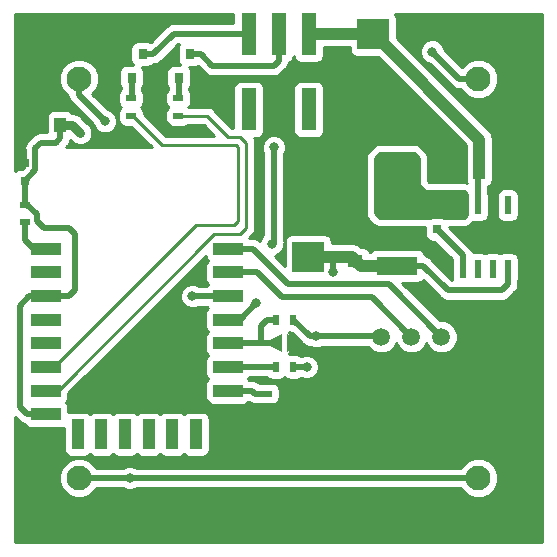
<source format=gbr>
G04 #@! TF.GenerationSoftware,KiCad,Pcbnew,(6.0.0-rc1-dev-557-ge985f797c)*
G04 #@! TF.CreationDate,2018-10-28T11:13:31+01:00*
G04 #@! TF.ProjectId,GIRA ESP8266 Jalousiesteuerung,474952412045535038323636204A616C,1.0*
G04 #@! TF.SameCoordinates,Original*
G04 #@! TF.FileFunction,Copper,L1,Top,Signal*
G04 #@! TF.FilePolarity,Positive*
%FSLAX46Y46*%
G04 Gerber Fmt 4.6, Leading zero omitted, Abs format (unit mm)*
G04 Created by KiCad (PCBNEW (6.0.0-rc1-dev-557-ge985f797c)) date 10/28/18 11:13:31*
%MOMM*%
%LPD*%
G01*
G04 APERTURE LIST*
G04 #@! TA.AperFunction,BGAPad,CuDef*
%ADD10C,1.500000*%
G04 #@! TD*
G04 #@! TA.AperFunction,ComponentPad*
%ADD11C,2.100000*%
G04 #@! TD*
G04 #@! TA.AperFunction,SMDPad,CuDef*
%ADD12R,1.000000X1.250000*%
G04 #@! TD*
G04 #@! TA.AperFunction,SMDPad,CuDef*
%ADD13R,1.250000X1.000000*%
G04 #@! TD*
G04 #@! TA.AperFunction,SMDPad,CuDef*
%ADD14R,1.100000X2.500000*%
G04 #@! TD*
G04 #@! TA.AperFunction,SMDPad,CuDef*
%ADD15R,2.500000X1.100000*%
G04 #@! TD*
G04 #@! TA.AperFunction,SMDPad,CuDef*
%ADD16R,2.700000X2.550000*%
G04 #@! TD*
G04 #@! TA.AperFunction,SMDPad,CuDef*
%ADD17R,0.750000X0.800000*%
G04 #@! TD*
G04 #@! TA.AperFunction,SMDPad,CuDef*
%ADD18R,2.500000X1.800000*%
G04 #@! TD*
G04 #@! TA.AperFunction,SMDPad,CuDef*
%ADD19R,3.500000X1.600000*%
G04 #@! TD*
G04 #@! TA.AperFunction,SMDPad,CuDef*
%ADD20R,1.270000X3.600000*%
G04 #@! TD*
G04 #@! TA.AperFunction,SMDPad,CuDef*
%ADD21R,0.800000X0.900000*%
G04 #@! TD*
G04 #@! TA.AperFunction,SMDPad,CuDef*
%ADD22R,0.900000X0.500000*%
G04 #@! TD*
G04 #@! TA.AperFunction,SMDPad,CuDef*
%ADD23R,0.500000X0.900000*%
G04 #@! TD*
G04 #@! TA.AperFunction,SMDPad,CuDef*
%ADD24R,0.600000X1.550000*%
G04 #@! TD*
G04 #@! TA.AperFunction,SMDPad,CuDef*
%ADD25C,0.894426*%
G04 #@! TD*
G04 #@! TA.AperFunction,Conductor*
%ADD26C,0.100000*%
G04 #@! TD*
G04 #@! TA.AperFunction,ViaPad*
%ADD27C,0.800000*%
G04 #@! TD*
G04 #@! TA.AperFunction,Conductor*
%ADD28C,0.500000*%
G04 #@! TD*
G04 #@! TA.AperFunction,Conductor*
%ADD29C,1.000000*%
G04 #@! TD*
G04 #@! TA.AperFunction,Conductor*
%ADD30C,0.750000*%
G04 #@! TD*
G04 #@! TA.AperFunction,Conductor*
%ADD31C,0.250000*%
G04 #@! TD*
G04 #@! TA.AperFunction,Conductor*
%ADD32C,0.254000*%
G04 #@! TD*
G04 APERTURE END LIST*
D10*
G04 #@! TO.P,TP4,1*
G04 #@! TO.N,+3V3*
X81700000Y-77950000D03*
G04 #@! TD*
D11*
G04 #@! TO.P,S1,1*
G04 #@! TO.N,Net-(S1-Pad1)*
X56100000Y-56100000D03*
G04 #@! TD*
G04 #@! TO.P,S2,1*
G04 #@! TO.N,Net-(S1-Pad1)*
X89900000Y-56100000D03*
G04 #@! TD*
G04 #@! TO.P,S3,1*
G04 #@! TO.N,Net-(S3-Pad1)*
X56100000Y-89900000D03*
G04 #@! TD*
G04 #@! TO.P,S4,1*
G04 #@! TO.N,Net-(S3-Pad1)*
X89900000Y-89900000D03*
G04 #@! TD*
D12*
G04 #@! TO.P,C7,1*
G04 #@! TO.N,GND*
X92000000Y-64000000D03*
G04 #@! TO.P,C7,2*
G04 #@! TO.N,+15V*
X90000000Y-64000000D03*
G04 #@! TD*
D13*
G04 #@! TO.P,C6,1*
G04 #@! TO.N,GND*
X79500000Y-69500000D03*
G04 #@! TO.P,C6,2*
G04 #@! TO.N,+3V3*
X79500000Y-71500000D03*
G04 #@! TD*
D14*
G04 #@! TO.P,U1,14*
G04 #@! TO.N,Net-(U1-Pad14)*
X65990000Y-86200000D03*
G04 #@! TO.P,U1,13*
G04 #@! TO.N,Net-(U1-Pad13)*
X63990000Y-86200000D03*
G04 #@! TO.P,U1,12*
G04 #@! TO.N,Net-(U1-Pad12)*
X61990000Y-86200000D03*
G04 #@! TO.P,U1,11*
G04 #@! TO.N,Net-(U1-Pad11)*
X59990000Y-86200000D03*
G04 #@! TO.P,U1,10*
G04 #@! TO.N,Net-(U1-Pad10)*
X57990000Y-86200000D03*
G04 #@! TO.P,U1,9*
G04 #@! TO.N,Net-(U1-Pad9)*
X55990000Y-86200000D03*
D15*
G04 #@! TO.P,U1,22*
G04 #@! TO.N,Net-(TP2-Pad1)*
X68700000Y-70500000D03*
G04 #@! TO.P,U1,21*
G04 #@! TO.N,Net-(TP3-Pad1)*
X68700000Y-72500000D03*
G04 #@! TO.P,U1,20*
G04 #@! TO.N,Net-(S3-Pad1)*
X68700000Y-74500000D03*
G04 #@! TO.P,U1,19*
G04 #@! TO.N,Net-(S1-Pad1)*
X68700000Y-76500000D03*
G04 #@! TO.P,U1,18*
G04 #@! TO.N,Net-(JP1-Pad1)*
X68700000Y-78500000D03*
G04 #@! TO.P,U1,17*
G04 #@! TO.N,Net-(R6-Pad1)*
X68700000Y-80500000D03*
G04 #@! TO.P,U1,16*
G04 #@! TO.N,Net-(R2-Pad2)*
X68700000Y-82500000D03*
G04 #@! TO.P,U1,15*
G04 #@! TO.N,GND*
X68700000Y-84500000D03*
G04 #@! TO.P,U1,8*
G04 #@! TO.N,+3V3*
X53300000Y-84500000D03*
G04 #@! TO.P,U1,7*
G04 #@! TO.N,Net-(R4-Pad2)*
X53300000Y-82500000D03*
G04 #@! TO.P,U1,6*
G04 #@! TO.N,Net-(R3-Pad2)*
X53300000Y-80500000D03*
G04 #@! TO.P,U1,5*
G04 #@! TO.N,Net-(U1-Pad5)*
X53300000Y-78500000D03*
G04 #@! TO.P,U1,4*
G04 #@! TO.N,Net-(U1-Pad4)*
X53300000Y-76500000D03*
G04 #@! TO.P,U1,3*
G04 #@! TO.N,+3V3*
X53300000Y-74500000D03*
G04 #@! TO.P,U1,2*
G04 #@! TO.N,Net-(U1-Pad2)*
X53300000Y-72500000D03*
G04 #@! TO.P,U1,1*
G04 #@! TO.N,Net-(R1-Pad1)*
X53300000Y-70500000D03*
G04 #@! TD*
D16*
G04 #@! TO.P,C1,1*
G04 #@! TO.N,+15V*
X81000000Y-52325000D03*
G04 #@! TO.P,C1,2*
G04 #@! TO.N,GND*
X81000000Y-58675000D03*
G04 #@! TD*
D17*
G04 #@! TO.P,C2,2*
G04 #@! TO.N,Net-(C2-Pad2)*
X86400000Y-67350000D03*
G04 #@! TO.P,C2,1*
G04 #@! TO.N,Net-(C2-Pad1)*
X86400000Y-68850000D03*
G04 #@! TD*
D12*
G04 #@! TO.P,C3,2*
G04 #@! TO.N,+3V3*
X54500000Y-60000000D03*
G04 #@! TO.P,C3,1*
G04 #@! TO.N,GND*
X52500000Y-60000000D03*
G04 #@! TD*
D16*
G04 #@! TO.P,C4,2*
G04 #@! TO.N,GND*
X75500000Y-64825000D03*
G04 #@! TO.P,C4,1*
G04 #@! TO.N,+3V3*
X75500000Y-71175000D03*
G04 #@! TD*
D17*
G04 #@! TO.P,C5,1*
G04 #@! TO.N,GND*
X51500000Y-63250000D03*
G04 #@! TO.P,C5,2*
G04 #@! TO.N,+3V3*
X51500000Y-64750000D03*
G04 #@! TD*
D18*
G04 #@! TO.P,D1,2*
G04 #@! TO.N,GND*
X87000000Y-63500000D03*
G04 #@! TO.P,D1,1*
G04 #@! TO.N,Net-(C2-Pad2)*
X83000000Y-63500000D03*
G04 #@! TD*
D19*
G04 #@! TO.P,L1,2*
G04 #@! TO.N,+3V3*
X83000000Y-71940000D03*
G04 #@! TO.P,L1,1*
G04 #@! TO.N,Net-(C2-Pad2)*
X83000000Y-67060000D03*
G04 #@! TD*
D20*
G04 #@! TO.P,P1,2*
G04 #@! TO.N,/DOWN*
X70460000Y-52300000D03*
G04 #@! TO.P,P1,4*
G04 #@! TO.N,/UP*
X73000000Y-52300000D03*
G04 #@! TO.P,P1,6*
G04 #@! TO.N,+15V*
X75540000Y-52300000D03*
G04 #@! TO.P,P1,5*
G04 #@! TO.N,Net-(P1-Pad5)*
X75540000Y-58700000D03*
G04 #@! TO.P,P1,3*
G04 #@! TO.N,GND*
X73000000Y-58700000D03*
G04 #@! TO.P,P1,1*
G04 #@! TO.N,Net-(P1-Pad1)*
X70460000Y-58700000D03*
G04 #@! TD*
D21*
G04 #@! TO.P,Q1,1*
G04 #@! TO.N,Net-(Q1-Pad1)*
X60550000Y-56000000D03*
G04 #@! TO.P,Q1,2*
G04 #@! TO.N,GND*
X62450000Y-56000000D03*
G04 #@! TO.P,Q1,3*
G04 #@! TO.N,/DOWN*
X61500000Y-54000000D03*
G04 #@! TD*
G04 #@! TO.P,Q2,3*
G04 #@! TO.N,/UP*
X65500000Y-54000000D03*
G04 #@! TO.P,Q2,2*
G04 #@! TO.N,GND*
X66450000Y-56000000D03*
G04 #@! TO.P,Q2,1*
G04 #@! TO.N,Net-(Q2-Pad1)*
X64550000Y-56000000D03*
G04 #@! TD*
D22*
G04 #@! TO.P,R1,2*
G04 #@! TO.N,+3V3*
X51500000Y-66750000D03*
G04 #@! TO.P,R1,1*
G04 #@! TO.N,Net-(R1-Pad1)*
X51500000Y-68250000D03*
G04 #@! TD*
G04 #@! TO.P,R2,1*
G04 #@! TO.N,GND*
X72000000Y-84250000D03*
G04 #@! TO.P,R2,2*
G04 #@! TO.N,Net-(R2-Pad2)*
X72000000Y-82750000D03*
G04 #@! TD*
G04 #@! TO.P,R3,2*
G04 #@! TO.N,Net-(R3-Pad2)*
X60500000Y-59250000D03*
G04 #@! TO.P,R3,1*
G04 #@! TO.N,Net-(Q1-Pad1)*
X60500000Y-57750000D03*
G04 #@! TD*
G04 #@! TO.P,R4,1*
G04 #@! TO.N,Net-(Q2-Pad1)*
X64500000Y-57750000D03*
G04 #@! TO.P,R4,2*
G04 #@! TO.N,Net-(R4-Pad2)*
X64500000Y-59250000D03*
G04 #@! TD*
D23*
G04 #@! TO.P,R5,1*
G04 #@! TO.N,Net-(JP1-Pad1)*
X72750000Y-76500000D03*
G04 #@! TO.P,R5,2*
G04 #@! TO.N,+3V3*
X74250000Y-76500000D03*
G04 #@! TD*
G04 #@! TO.P,R6,2*
G04 #@! TO.N,+3V3*
X74250000Y-80500000D03*
G04 #@! TO.P,R6,1*
G04 #@! TO.N,Net-(R6-Pad1)*
X72750000Y-80500000D03*
G04 #@! TD*
D10*
G04 #@! TO.P,TP1,1*
G04 #@! TO.N,GND*
X89320000Y-77950000D03*
G04 #@! TD*
G04 #@! TO.P,TP2,1*
G04 #@! TO.N,Net-(TP2-Pad1)*
X86780000Y-77950000D03*
G04 #@! TD*
G04 #@! TO.P,TP3,1*
G04 #@! TO.N,Net-(TP3-Pad1)*
X84240000Y-77950000D03*
G04 #@! TD*
D24*
G04 #@! TO.P,U2,8*
G04 #@! TO.N,Net-(C2-Pad2)*
X88595000Y-66800000D03*
G04 #@! TO.P,U2,7*
G04 #@! TO.N,+15V*
X89865000Y-66800000D03*
G04 #@! TO.P,U2,6*
G04 #@! TO.N,GND*
X91135000Y-66800000D03*
G04 #@! TO.P,U2,5*
G04 #@! TO.N,Net-(U2-Pad5)*
X92405000Y-66800000D03*
G04 #@! TO.P,U2,4*
G04 #@! TO.N,+3V3*
X92405000Y-72200000D03*
G04 #@! TO.P,U2,3*
G04 #@! TO.N,N/C*
X91135000Y-72200000D03*
G04 #@! TO.P,U2,2*
X89865000Y-72200000D03*
G04 #@! TO.P,U2,1*
G04 #@! TO.N,Net-(C2-Pad1)*
X88595000Y-72200000D03*
G04 #@! TD*
D25*
G04 #@! TO.P,JP1,1*
G04 #@! TO.N,Net-(JP1-Pad1)*
X72800000Y-78500000D03*
D26*
G04 #@! TD*
G04 #@! TO.N,Net-(JP1-Pad1)*
G04 #@! TO.C,JP1*
G36*
X72300000Y-78750000D02*
X72300000Y-78250000D01*
X73300000Y-77750000D01*
X73300000Y-79250000D01*
X72300000Y-78750000D01*
X72300000Y-78750000D01*
G37*
D25*
G04 #@! TO.P,JP1,2*
G04 #@! TO.N,GND*
X74200000Y-78500000D03*
D26*
G04 #@! TD*
G04 #@! TO.N,GND*
G04 #@! TO.C,JP1*
G36*
X74700000Y-78250000D02*
X74700000Y-78750000D01*
X73700000Y-79250000D01*
X73700000Y-77750000D01*
X74700000Y-78250000D01*
X74700000Y-78250000D01*
G37*
D27*
G04 #@! TO.N,GND*
X56000000Y-52000000D03*
X90000000Y-52000000D03*
X90000000Y-85600000D03*
X52500000Y-87500000D03*
X68000000Y-57000000D03*
X62500000Y-57500000D03*
G04 #@! TO.N,+3V3*
X76200000Y-77900000D03*
X77600000Y-72500000D03*
X56200000Y-60700000D03*
X75400000Y-80500000D03*
G04 #@! TO.N,Net-(S1-Pad1)*
X86000000Y-53800000D03*
X72600000Y-61900000D03*
X72400000Y-70100000D03*
X71100000Y-75100000D03*
X58300000Y-59700000D03*
G04 #@! TO.N,Net-(S3-Pad1)*
X60400000Y-89900000D03*
X65700000Y-74500000D03*
G04 #@! TD*
D28*
G04 #@! TO.N,+15V*
X89865000Y-64135000D02*
X90000000Y-64000000D01*
X89865000Y-66800000D02*
X89865000Y-64135000D01*
D29*
X80975000Y-52300000D02*
X81000000Y-52325000D01*
X75540000Y-52300000D02*
X80975000Y-52300000D01*
X90000000Y-62375000D02*
X90000000Y-64000000D01*
X90000000Y-61250000D02*
X90000000Y-62375000D01*
X81075000Y-52325000D02*
X90000000Y-61250000D01*
X81000000Y-52325000D02*
X81075000Y-52325000D01*
D28*
G04 #@! TO.N,Net-(C2-Pad1)*
X88595000Y-71045000D02*
X86400000Y-68850000D01*
X88595000Y-72200000D02*
X88595000Y-71045000D01*
D29*
G04 #@! TO.N,+3V3*
X79175000Y-71175000D02*
X79500000Y-71500000D01*
X79940000Y-71940000D02*
X79500000Y-71500000D01*
X83000000Y-71940000D02*
X79940000Y-71940000D01*
D28*
X92405000Y-73475000D02*
X91880000Y-74000000D01*
X92405000Y-72200000D02*
X92405000Y-73475000D01*
X85250000Y-71940000D02*
X83000000Y-71940000D01*
X87310000Y-74000000D02*
X85250000Y-71940000D01*
X91880000Y-74000000D02*
X87310000Y-74000000D01*
X51500000Y-64750000D02*
X51500000Y-66750000D01*
X55750000Y-74000000D02*
X55250000Y-74500000D01*
X55250000Y-74500000D02*
X54000000Y-74500000D01*
X55750000Y-69250000D02*
X55750000Y-74000000D01*
X51700000Y-66750000D02*
X52500000Y-67550000D01*
X51500000Y-66750000D02*
X51700000Y-66750000D01*
X52500000Y-67550000D02*
X52500000Y-68136412D01*
X52500000Y-68136412D02*
X53113588Y-68750000D01*
X53113588Y-68750000D02*
X55250000Y-68750000D01*
X55250000Y-68750000D02*
X55750000Y-69250000D01*
X54500000Y-61125000D02*
X54500000Y-60000000D01*
X51500000Y-64750000D02*
X51500000Y-64725000D01*
X51500000Y-64725000D02*
X52375000Y-63850000D01*
X52375000Y-63850000D02*
X52375000Y-61988588D01*
X52375000Y-61988588D02*
X52863588Y-61500000D01*
X52863588Y-61500000D02*
X54125000Y-61500000D01*
X54125000Y-61500000D02*
X54500000Y-61125000D01*
X77600000Y-72500000D02*
X77600000Y-71175000D01*
D29*
X75500000Y-71175000D02*
X77600000Y-71175000D01*
X77600000Y-71175000D02*
X79175000Y-71175000D01*
D28*
X75650000Y-77900000D02*
X74250000Y-76500000D01*
X76200000Y-77900000D02*
X75650000Y-77900000D01*
D30*
X54500000Y-60000000D02*
X55500000Y-60000000D01*
X55500000Y-60000000D02*
X56200000Y-60700000D01*
D28*
X74250000Y-80500000D02*
X75400000Y-80500000D01*
X54000000Y-74500000D02*
X51900000Y-74500000D01*
X51900000Y-74500000D02*
X51100000Y-75300000D01*
X51100000Y-75300000D02*
X51100000Y-83900000D01*
X51700000Y-84500000D02*
X54000000Y-84500000D01*
X51100000Y-83900000D02*
X51700000Y-84500000D01*
X81650000Y-77900000D02*
X81700000Y-77950000D01*
X76200000Y-77900000D02*
X81650000Y-77900000D01*
G04 #@! TO.N,Net-(JP1-Pad1)*
X71500000Y-77000000D02*
X71500000Y-78500000D01*
X72000000Y-76500000D02*
X71500000Y-77000000D01*
X72750000Y-76500000D02*
X72000000Y-76500000D01*
X68000000Y-78500000D02*
X71500000Y-78500000D01*
X71500000Y-78500000D02*
X72800000Y-78500000D01*
G04 #@! TO.N,/UP*
X73000000Y-54600000D02*
X73000000Y-52300000D01*
X72600000Y-55000000D02*
X73000000Y-54600000D01*
X67400000Y-55000000D02*
X72600000Y-55000000D01*
X66400000Y-54000000D02*
X67400000Y-55000000D01*
X65500000Y-54000000D02*
X66400000Y-54000000D01*
G04 #@! TO.N,/DOWN*
X69325000Y-52300000D02*
X70460000Y-52300000D01*
X64100000Y-52300000D02*
X69325000Y-52300000D01*
X62400000Y-54000000D02*
X64100000Y-52300000D01*
X61500000Y-54000000D02*
X62400000Y-54000000D01*
G04 #@! TO.N,Net-(Q1-Pad1)*
X60550000Y-57700000D02*
X60500000Y-57750000D01*
X60550000Y-56000000D02*
X60550000Y-57700000D01*
G04 #@! TO.N,Net-(Q2-Pad1)*
X64550000Y-57700000D02*
X64500000Y-57750000D01*
X64550000Y-56000000D02*
X64550000Y-57700000D01*
G04 #@! TO.N,Net-(R1-Pad1)*
X54000000Y-70500000D02*
X52250000Y-70500000D01*
X51500000Y-69750000D02*
X51500000Y-68250000D01*
X52250000Y-70500000D02*
X51500000Y-69750000D01*
G04 #@! TO.N,Net-(R2-Pad2)*
X72000000Y-82750000D02*
X71000000Y-82750000D01*
X70750000Y-82500000D02*
X68000000Y-82500000D01*
X71000000Y-82750000D02*
X70750000Y-82500000D01*
D31*
G04 #@! TO.N,Net-(R3-Pad2)*
X69575010Y-68134626D02*
X69209636Y-68500000D01*
X69575010Y-61865374D02*
X69575010Y-68134626D01*
X69384626Y-61674990D02*
X69575010Y-61865374D01*
X63124990Y-61674990D02*
X69384626Y-61674990D01*
X60500000Y-59250000D02*
X60700000Y-59250000D01*
X60700000Y-59250000D02*
X63124990Y-61674990D01*
X66000000Y-68500000D02*
X54000000Y-80500000D01*
X69209636Y-68500000D02*
X66000000Y-68500000D01*
G04 #@! TO.N,Net-(R4-Pad2)*
X54314998Y-82500000D02*
X54000000Y-82500000D01*
X67564998Y-69250000D02*
X54314998Y-82500000D01*
X69750000Y-69250000D02*
X67564998Y-69250000D01*
X64500000Y-59250000D02*
X66959636Y-59250000D01*
X66959636Y-59250000D02*
X68709636Y-61000000D01*
X68709636Y-61000000D02*
X69750000Y-61000000D01*
X69750000Y-61000000D02*
X70250000Y-61500000D01*
X70250000Y-61500000D02*
X70250000Y-68750000D01*
X70250000Y-68750000D02*
X69750000Y-69250000D01*
D28*
G04 #@! TO.N,Net-(R6-Pad1)*
X68000000Y-80500000D02*
X72750000Y-80500000D01*
G04 #@! TO.N,Net-(S1-Pad1)*
X89900000Y-56100000D02*
X88300000Y-56100000D01*
X88300000Y-56100000D02*
X86000000Y-53800000D01*
X72600000Y-61900000D02*
X72600000Y-69900000D01*
X72600000Y-69900000D02*
X72400000Y-70100000D01*
X69700000Y-76500000D02*
X68000000Y-76500000D01*
X71100000Y-75100000D02*
X69700000Y-76500000D01*
X56100000Y-56100000D02*
X56100000Y-57500000D01*
X56100000Y-57500000D02*
X58300000Y-59700000D01*
G04 #@! TO.N,Net-(S3-Pad1)*
X56100000Y-89900000D02*
X60400000Y-89900000D01*
X65700000Y-74500000D02*
X68000000Y-74500000D01*
X89900000Y-89900000D02*
X60400000Y-89900000D01*
G04 #@! TO.N,Net-(TP2-Pad1)*
X82330000Y-73500000D02*
X86780000Y-77950000D01*
X73800000Y-73500000D02*
X82330000Y-73500000D01*
X68000000Y-70500000D02*
X70800000Y-70500000D01*
X70800000Y-70500000D02*
X73800000Y-73500000D01*
G04 #@! TO.N,Net-(TP3-Pad1)*
X80890000Y-74600000D02*
X84240000Y-77950000D01*
X73300000Y-74600000D02*
X80890000Y-74600000D01*
X68000000Y-72500000D02*
X71200000Y-72500000D01*
X71200000Y-72500000D02*
X73300000Y-74600000D01*
G04 #@! TD*
D32*
G04 #@! TO.N,Net-(C2-Pad2)*
G36*
X84873000Y-62802606D02*
X84873000Y-65000000D01*
X84882667Y-65048601D01*
X84910197Y-65089803D01*
X85410197Y-65589803D01*
X85451399Y-65617333D01*
X85500000Y-65627000D01*
X88697394Y-65627000D01*
X88947064Y-65876670D01*
X88917560Y-66025000D01*
X88917560Y-67575000D01*
X88930473Y-67639921D01*
X88697394Y-67873000D01*
X87054428Y-67873000D01*
X87022765Y-67851843D01*
X86775000Y-67802560D01*
X86025000Y-67802560D01*
X85777235Y-67851843D01*
X85745572Y-67873000D01*
X81552606Y-67873000D01*
X81127000Y-67447394D01*
X81127000Y-62802606D01*
X81552606Y-62377000D01*
X84447394Y-62377000D01*
X84873000Y-62802606D01*
X84873000Y-62802606D01*
G37*
X84873000Y-62802606D02*
X84873000Y-65000000D01*
X84882667Y-65048601D01*
X84910197Y-65089803D01*
X85410197Y-65589803D01*
X85451399Y-65617333D01*
X85500000Y-65627000D01*
X88697394Y-65627000D01*
X88947064Y-65876670D01*
X88917560Y-66025000D01*
X88917560Y-67575000D01*
X88930473Y-67639921D01*
X88697394Y-67873000D01*
X87054428Y-67873000D01*
X87022765Y-67851843D01*
X86775000Y-67802560D01*
X86025000Y-67802560D01*
X85777235Y-67851843D01*
X85745572Y-67873000D01*
X81552606Y-67873000D01*
X81127000Y-67447394D01*
X81127000Y-62802606D01*
X81552606Y-62377000D01*
X84447394Y-62377000D01*
X84873000Y-62802606D01*
G04 #@! TO.N,GND*
G36*
X95340001Y-95340000D02*
X50660000Y-95340000D01*
X50660000Y-89564833D01*
X54415000Y-89564833D01*
X54415000Y-90235167D01*
X54671526Y-90854476D01*
X55145524Y-91328474D01*
X55764833Y-91585000D01*
X56435167Y-91585000D01*
X57054476Y-91328474D01*
X57528474Y-90854476D01*
X57557252Y-90785000D01*
X59831993Y-90785000D01*
X60194126Y-90935000D01*
X60605874Y-90935000D01*
X60968007Y-90785000D01*
X88442748Y-90785000D01*
X88471526Y-90854476D01*
X88945524Y-91328474D01*
X89564833Y-91585000D01*
X90235167Y-91585000D01*
X90854476Y-91328474D01*
X91328474Y-90854476D01*
X91585000Y-90235167D01*
X91585000Y-89564833D01*
X91328474Y-88945524D01*
X90854476Y-88471526D01*
X90235167Y-88215000D01*
X89564833Y-88215000D01*
X88945524Y-88471526D01*
X88471526Y-88945524D01*
X88442748Y-89015000D01*
X60968007Y-89015000D01*
X60605874Y-88865000D01*
X60194126Y-88865000D01*
X59831993Y-89015000D01*
X57557252Y-89015000D01*
X57528474Y-88945524D01*
X57054476Y-88471526D01*
X56435167Y-88215000D01*
X55764833Y-88215000D01*
X55145524Y-88471526D01*
X54671526Y-88945524D01*
X54415000Y-89564833D01*
X50660000Y-89564833D01*
X50660000Y-84711578D01*
X51012577Y-85064156D01*
X51061951Y-85138049D01*
X51135844Y-85187423D01*
X51135845Y-85187424D01*
X51246880Y-85261615D01*
X51354690Y-85333652D01*
X51494389Y-85361440D01*
X51592191Y-85507809D01*
X51802235Y-85648157D01*
X52050000Y-85697440D01*
X54550000Y-85697440D01*
X54792560Y-85649192D01*
X54792560Y-87450000D01*
X54841843Y-87697765D01*
X54982191Y-87907809D01*
X55192235Y-88048157D01*
X55440000Y-88097440D01*
X56540000Y-88097440D01*
X56787765Y-88048157D01*
X56990000Y-87913027D01*
X57192235Y-88048157D01*
X57440000Y-88097440D01*
X58540000Y-88097440D01*
X58787765Y-88048157D01*
X58990000Y-87913027D01*
X59192235Y-88048157D01*
X59440000Y-88097440D01*
X60540000Y-88097440D01*
X60787765Y-88048157D01*
X60990000Y-87913027D01*
X61192235Y-88048157D01*
X61440000Y-88097440D01*
X62540000Y-88097440D01*
X62787765Y-88048157D01*
X62990000Y-87913027D01*
X63192235Y-88048157D01*
X63440000Y-88097440D01*
X64540000Y-88097440D01*
X64787765Y-88048157D01*
X64990000Y-87913027D01*
X65192235Y-88048157D01*
X65440000Y-88097440D01*
X66540000Y-88097440D01*
X66787765Y-88048157D01*
X66997809Y-87907809D01*
X67138157Y-87697765D01*
X67187440Y-87450000D01*
X67187440Y-84950000D01*
X67138157Y-84702235D01*
X66997809Y-84492191D01*
X66787765Y-84351843D01*
X66540000Y-84302560D01*
X65440000Y-84302560D01*
X65192235Y-84351843D01*
X64990000Y-84486973D01*
X64787765Y-84351843D01*
X64540000Y-84302560D01*
X63440000Y-84302560D01*
X63192235Y-84351843D01*
X62990000Y-84486973D01*
X62787765Y-84351843D01*
X62540000Y-84302560D01*
X61440000Y-84302560D01*
X61192235Y-84351843D01*
X60990000Y-84486973D01*
X60787765Y-84351843D01*
X60540000Y-84302560D01*
X59440000Y-84302560D01*
X59192235Y-84351843D01*
X58990000Y-84486973D01*
X58787765Y-84351843D01*
X58540000Y-84302560D01*
X57440000Y-84302560D01*
X57192235Y-84351843D01*
X56990000Y-84486973D01*
X56787765Y-84351843D01*
X56540000Y-84302560D01*
X55440000Y-84302560D01*
X55197440Y-84350808D01*
X55197440Y-83950000D01*
X55148157Y-83702235D01*
X55013027Y-83500000D01*
X55148157Y-83297765D01*
X55197440Y-83050000D01*
X55197440Y-82692359D01*
X66808738Y-71081061D01*
X66851843Y-71297765D01*
X66986973Y-71500000D01*
X66851843Y-71702235D01*
X66802560Y-71950000D01*
X66802560Y-73050000D01*
X66851843Y-73297765D01*
X66986973Y-73500000D01*
X66910132Y-73615000D01*
X66268007Y-73615000D01*
X65905874Y-73465000D01*
X65494126Y-73465000D01*
X65113720Y-73622569D01*
X64822569Y-73913720D01*
X64665000Y-74294126D01*
X64665000Y-74705874D01*
X64822569Y-75086280D01*
X65113720Y-75377431D01*
X65494126Y-75535000D01*
X65905874Y-75535000D01*
X66268007Y-75385000D01*
X66910132Y-75385000D01*
X66986973Y-75500000D01*
X66851843Y-75702235D01*
X66802560Y-75950000D01*
X66802560Y-77050000D01*
X66851843Y-77297765D01*
X66986973Y-77500000D01*
X66851843Y-77702235D01*
X66802560Y-77950000D01*
X66802560Y-79050000D01*
X66851843Y-79297765D01*
X66986973Y-79500000D01*
X66851843Y-79702235D01*
X66802560Y-79950000D01*
X66802560Y-81050000D01*
X66851843Y-81297765D01*
X66986973Y-81500000D01*
X66851843Y-81702235D01*
X66802560Y-81950000D01*
X66802560Y-83050000D01*
X66851843Y-83297765D01*
X66992191Y-83507809D01*
X67202235Y-83648157D01*
X67450000Y-83697440D01*
X69950000Y-83697440D01*
X70197765Y-83648157D01*
X70407809Y-83507809D01*
X70448977Y-83446198D01*
X70654690Y-83583652D01*
X70912835Y-83635000D01*
X70912840Y-83635000D01*
X70999999Y-83652337D01*
X71087159Y-83635000D01*
X71487459Y-83635000D01*
X71550000Y-83647440D01*
X72450000Y-83647440D01*
X72697765Y-83598157D01*
X72907809Y-83457809D01*
X73048157Y-83247765D01*
X73097440Y-83000000D01*
X73097440Y-82500000D01*
X73048157Y-82252235D01*
X72907809Y-82042191D01*
X72697765Y-81901843D01*
X72450000Y-81852560D01*
X71550000Y-81852560D01*
X71487459Y-81865000D01*
X71390086Y-81865000D01*
X71388049Y-81861951D01*
X71095310Y-81666348D01*
X70837165Y-81615000D01*
X70837161Y-81615000D01*
X70750000Y-81597663D01*
X70662839Y-81615000D01*
X70489868Y-81615000D01*
X70413027Y-81500000D01*
X70489868Y-81385000D01*
X72026950Y-81385000D01*
X72042191Y-81407809D01*
X72252235Y-81548157D01*
X72500000Y-81597440D01*
X73000000Y-81597440D01*
X73247765Y-81548157D01*
X73457809Y-81407809D01*
X73500000Y-81344666D01*
X73542191Y-81407809D01*
X73752235Y-81548157D01*
X74000000Y-81597440D01*
X74500000Y-81597440D01*
X74747765Y-81548157D01*
X74930734Y-81425900D01*
X75194126Y-81535000D01*
X75605874Y-81535000D01*
X75986280Y-81377431D01*
X76277431Y-81086280D01*
X76435000Y-80705874D01*
X76435000Y-80294126D01*
X76277431Y-79913720D01*
X75986280Y-79622569D01*
X75605874Y-79465000D01*
X75194126Y-79465000D01*
X74930734Y-79574100D01*
X74747765Y-79451843D01*
X74500000Y-79402560D01*
X74000000Y-79402560D01*
X73913679Y-79419730D01*
X73947440Y-79250000D01*
X73947440Y-77750000D01*
X73907061Y-77578954D01*
X74000000Y-77597440D01*
X74095862Y-77597440D01*
X74962577Y-78464156D01*
X75011951Y-78538049D01*
X75085844Y-78587423D01*
X75085845Y-78587424D01*
X75160675Y-78637424D01*
X75304690Y-78733652D01*
X75562835Y-78785000D01*
X75562839Y-78785000D01*
X75650000Y-78802337D01*
X75666112Y-78799132D01*
X75994126Y-78935000D01*
X76405874Y-78935000D01*
X76768007Y-78785000D01*
X80576313Y-78785000D01*
X80915460Y-79124147D01*
X81424506Y-79335000D01*
X81975494Y-79335000D01*
X82484540Y-79124147D01*
X82874147Y-78734540D01*
X82970000Y-78503130D01*
X83065853Y-78734540D01*
X83455460Y-79124147D01*
X83964506Y-79335000D01*
X84515494Y-79335000D01*
X85024540Y-79124147D01*
X85414147Y-78734540D01*
X85510000Y-78503130D01*
X85605853Y-78734540D01*
X85995460Y-79124147D01*
X86504506Y-79335000D01*
X87055494Y-79335000D01*
X87564540Y-79124147D01*
X87954147Y-78734540D01*
X88165000Y-78225494D01*
X88165000Y-77674506D01*
X87954147Y-77165460D01*
X87564540Y-76775853D01*
X87055494Y-76565000D01*
X86646579Y-76565000D01*
X83469018Y-73387440D01*
X84750000Y-73387440D01*
X84997765Y-73338157D01*
X85207809Y-73197809D01*
X85227204Y-73168782D01*
X86622577Y-74564156D01*
X86671951Y-74638049D01*
X86745844Y-74687423D01*
X86745845Y-74687424D01*
X86846517Y-74754691D01*
X86964690Y-74833652D01*
X87222835Y-74885000D01*
X87222839Y-74885000D01*
X87310000Y-74902337D01*
X87397161Y-74885000D01*
X91792839Y-74885000D01*
X91880000Y-74902337D01*
X91967161Y-74885000D01*
X91967165Y-74885000D01*
X92225310Y-74833652D01*
X92518049Y-74638049D01*
X92567425Y-74564153D01*
X92969153Y-74162425D01*
X93043049Y-74113049D01*
X93238652Y-73820310D01*
X93290000Y-73562165D01*
X93290000Y-73562161D01*
X93307337Y-73475001D01*
X93290000Y-73387841D01*
X93290000Y-73242456D01*
X93303157Y-73222765D01*
X93352440Y-72975000D01*
X93352440Y-71425000D01*
X93303157Y-71177235D01*
X93162809Y-70967191D01*
X92952765Y-70826843D01*
X92705000Y-70777560D01*
X92105000Y-70777560D01*
X91857235Y-70826843D01*
X91770000Y-70885132D01*
X91682765Y-70826843D01*
X91435000Y-70777560D01*
X90835000Y-70777560D01*
X90587235Y-70826843D01*
X90500000Y-70885132D01*
X90412765Y-70826843D01*
X90165000Y-70777560D01*
X89565000Y-70777560D01*
X89448741Y-70800685D01*
X89428652Y-70699690D01*
X89419692Y-70686280D01*
X89282424Y-70480845D01*
X89282423Y-70480844D01*
X89233049Y-70406951D01*
X89159156Y-70357577D01*
X87436578Y-68635000D01*
X88750000Y-68635000D01*
X88993004Y-68586664D01*
X89199013Y-68449013D01*
X89448716Y-68199310D01*
X89565000Y-68222440D01*
X90165000Y-68222440D01*
X90412765Y-68173157D01*
X90622809Y-68032809D01*
X90763157Y-67822765D01*
X90812440Y-67575000D01*
X90812440Y-66025000D01*
X91457560Y-66025000D01*
X91457560Y-67575000D01*
X91506843Y-67822765D01*
X91647191Y-68032809D01*
X91857235Y-68173157D01*
X92105000Y-68222440D01*
X92705000Y-68222440D01*
X92952765Y-68173157D01*
X93162809Y-68032809D01*
X93303157Y-67822765D01*
X93352440Y-67575000D01*
X93352440Y-66025000D01*
X93303157Y-65777235D01*
X93162809Y-65567191D01*
X92952765Y-65426843D01*
X92705000Y-65377560D01*
X92105000Y-65377560D01*
X91857235Y-65426843D01*
X91647191Y-65567191D01*
X91506843Y-65777235D01*
X91457560Y-66025000D01*
X90812440Y-66025000D01*
X90763157Y-65777235D01*
X90750000Y-65757544D01*
X90750000Y-65221664D01*
X90957809Y-65082809D01*
X91098157Y-64872765D01*
X91147440Y-64625000D01*
X91147440Y-63375000D01*
X91135000Y-63312459D01*
X91135000Y-61361782D01*
X91157235Y-61249999D01*
X91069146Y-60807145D01*
X91050802Y-60779691D01*
X90818289Y-60431711D01*
X90723522Y-60368390D01*
X83949258Y-53594126D01*
X84965000Y-53594126D01*
X84965000Y-54005874D01*
X85122569Y-54386280D01*
X85413720Y-54677431D01*
X85775853Y-54827431D01*
X87612577Y-56664156D01*
X87661951Y-56738049D01*
X87735844Y-56787423D01*
X87735845Y-56787424D01*
X87751169Y-56797663D01*
X87954690Y-56933652D01*
X88212835Y-56985000D01*
X88212839Y-56985000D01*
X88299999Y-57002337D01*
X88387159Y-56985000D01*
X88442748Y-56985000D01*
X88471526Y-57054476D01*
X88945524Y-57528474D01*
X89564833Y-57785000D01*
X90235167Y-57785000D01*
X90854476Y-57528474D01*
X91328474Y-57054476D01*
X91585000Y-56435167D01*
X91585000Y-55764833D01*
X91328474Y-55145524D01*
X90854476Y-54671526D01*
X90235167Y-54415000D01*
X89564833Y-54415000D01*
X88945524Y-54671526D01*
X88534314Y-55082736D01*
X87027431Y-53575853D01*
X86877431Y-53213720D01*
X86586280Y-52922569D01*
X86205874Y-52765000D01*
X85794126Y-52765000D01*
X85413720Y-52922569D01*
X85122569Y-53213720D01*
X84965000Y-53594126D01*
X83949258Y-53594126D01*
X82997440Y-52642309D01*
X82997440Y-51050000D01*
X82948157Y-50802235D01*
X82853118Y-50660000D01*
X95340000Y-50660000D01*
X95340001Y-95340000D01*
X95340001Y-95340000D01*
G37*
X95340001Y-95340000D02*
X50660000Y-95340000D01*
X50660000Y-89564833D01*
X54415000Y-89564833D01*
X54415000Y-90235167D01*
X54671526Y-90854476D01*
X55145524Y-91328474D01*
X55764833Y-91585000D01*
X56435167Y-91585000D01*
X57054476Y-91328474D01*
X57528474Y-90854476D01*
X57557252Y-90785000D01*
X59831993Y-90785000D01*
X60194126Y-90935000D01*
X60605874Y-90935000D01*
X60968007Y-90785000D01*
X88442748Y-90785000D01*
X88471526Y-90854476D01*
X88945524Y-91328474D01*
X89564833Y-91585000D01*
X90235167Y-91585000D01*
X90854476Y-91328474D01*
X91328474Y-90854476D01*
X91585000Y-90235167D01*
X91585000Y-89564833D01*
X91328474Y-88945524D01*
X90854476Y-88471526D01*
X90235167Y-88215000D01*
X89564833Y-88215000D01*
X88945524Y-88471526D01*
X88471526Y-88945524D01*
X88442748Y-89015000D01*
X60968007Y-89015000D01*
X60605874Y-88865000D01*
X60194126Y-88865000D01*
X59831993Y-89015000D01*
X57557252Y-89015000D01*
X57528474Y-88945524D01*
X57054476Y-88471526D01*
X56435167Y-88215000D01*
X55764833Y-88215000D01*
X55145524Y-88471526D01*
X54671526Y-88945524D01*
X54415000Y-89564833D01*
X50660000Y-89564833D01*
X50660000Y-84711578D01*
X51012577Y-85064156D01*
X51061951Y-85138049D01*
X51135844Y-85187423D01*
X51135845Y-85187424D01*
X51246880Y-85261615D01*
X51354690Y-85333652D01*
X51494389Y-85361440D01*
X51592191Y-85507809D01*
X51802235Y-85648157D01*
X52050000Y-85697440D01*
X54550000Y-85697440D01*
X54792560Y-85649192D01*
X54792560Y-87450000D01*
X54841843Y-87697765D01*
X54982191Y-87907809D01*
X55192235Y-88048157D01*
X55440000Y-88097440D01*
X56540000Y-88097440D01*
X56787765Y-88048157D01*
X56990000Y-87913027D01*
X57192235Y-88048157D01*
X57440000Y-88097440D01*
X58540000Y-88097440D01*
X58787765Y-88048157D01*
X58990000Y-87913027D01*
X59192235Y-88048157D01*
X59440000Y-88097440D01*
X60540000Y-88097440D01*
X60787765Y-88048157D01*
X60990000Y-87913027D01*
X61192235Y-88048157D01*
X61440000Y-88097440D01*
X62540000Y-88097440D01*
X62787765Y-88048157D01*
X62990000Y-87913027D01*
X63192235Y-88048157D01*
X63440000Y-88097440D01*
X64540000Y-88097440D01*
X64787765Y-88048157D01*
X64990000Y-87913027D01*
X65192235Y-88048157D01*
X65440000Y-88097440D01*
X66540000Y-88097440D01*
X66787765Y-88048157D01*
X66997809Y-87907809D01*
X67138157Y-87697765D01*
X67187440Y-87450000D01*
X67187440Y-84950000D01*
X67138157Y-84702235D01*
X66997809Y-84492191D01*
X66787765Y-84351843D01*
X66540000Y-84302560D01*
X65440000Y-84302560D01*
X65192235Y-84351843D01*
X64990000Y-84486973D01*
X64787765Y-84351843D01*
X64540000Y-84302560D01*
X63440000Y-84302560D01*
X63192235Y-84351843D01*
X62990000Y-84486973D01*
X62787765Y-84351843D01*
X62540000Y-84302560D01*
X61440000Y-84302560D01*
X61192235Y-84351843D01*
X60990000Y-84486973D01*
X60787765Y-84351843D01*
X60540000Y-84302560D01*
X59440000Y-84302560D01*
X59192235Y-84351843D01*
X58990000Y-84486973D01*
X58787765Y-84351843D01*
X58540000Y-84302560D01*
X57440000Y-84302560D01*
X57192235Y-84351843D01*
X56990000Y-84486973D01*
X56787765Y-84351843D01*
X56540000Y-84302560D01*
X55440000Y-84302560D01*
X55197440Y-84350808D01*
X55197440Y-83950000D01*
X55148157Y-83702235D01*
X55013027Y-83500000D01*
X55148157Y-83297765D01*
X55197440Y-83050000D01*
X55197440Y-82692359D01*
X66808738Y-71081061D01*
X66851843Y-71297765D01*
X66986973Y-71500000D01*
X66851843Y-71702235D01*
X66802560Y-71950000D01*
X66802560Y-73050000D01*
X66851843Y-73297765D01*
X66986973Y-73500000D01*
X66910132Y-73615000D01*
X66268007Y-73615000D01*
X65905874Y-73465000D01*
X65494126Y-73465000D01*
X65113720Y-73622569D01*
X64822569Y-73913720D01*
X64665000Y-74294126D01*
X64665000Y-74705874D01*
X64822569Y-75086280D01*
X65113720Y-75377431D01*
X65494126Y-75535000D01*
X65905874Y-75535000D01*
X66268007Y-75385000D01*
X66910132Y-75385000D01*
X66986973Y-75500000D01*
X66851843Y-75702235D01*
X66802560Y-75950000D01*
X66802560Y-77050000D01*
X66851843Y-77297765D01*
X66986973Y-77500000D01*
X66851843Y-77702235D01*
X66802560Y-77950000D01*
X66802560Y-79050000D01*
X66851843Y-79297765D01*
X66986973Y-79500000D01*
X66851843Y-79702235D01*
X66802560Y-79950000D01*
X66802560Y-81050000D01*
X66851843Y-81297765D01*
X66986973Y-81500000D01*
X66851843Y-81702235D01*
X66802560Y-81950000D01*
X66802560Y-83050000D01*
X66851843Y-83297765D01*
X66992191Y-83507809D01*
X67202235Y-83648157D01*
X67450000Y-83697440D01*
X69950000Y-83697440D01*
X70197765Y-83648157D01*
X70407809Y-83507809D01*
X70448977Y-83446198D01*
X70654690Y-83583652D01*
X70912835Y-83635000D01*
X70912840Y-83635000D01*
X70999999Y-83652337D01*
X71087159Y-83635000D01*
X71487459Y-83635000D01*
X71550000Y-83647440D01*
X72450000Y-83647440D01*
X72697765Y-83598157D01*
X72907809Y-83457809D01*
X73048157Y-83247765D01*
X73097440Y-83000000D01*
X73097440Y-82500000D01*
X73048157Y-82252235D01*
X72907809Y-82042191D01*
X72697765Y-81901843D01*
X72450000Y-81852560D01*
X71550000Y-81852560D01*
X71487459Y-81865000D01*
X71390086Y-81865000D01*
X71388049Y-81861951D01*
X71095310Y-81666348D01*
X70837165Y-81615000D01*
X70837161Y-81615000D01*
X70750000Y-81597663D01*
X70662839Y-81615000D01*
X70489868Y-81615000D01*
X70413027Y-81500000D01*
X70489868Y-81385000D01*
X72026950Y-81385000D01*
X72042191Y-81407809D01*
X72252235Y-81548157D01*
X72500000Y-81597440D01*
X73000000Y-81597440D01*
X73247765Y-81548157D01*
X73457809Y-81407809D01*
X73500000Y-81344666D01*
X73542191Y-81407809D01*
X73752235Y-81548157D01*
X74000000Y-81597440D01*
X74500000Y-81597440D01*
X74747765Y-81548157D01*
X74930734Y-81425900D01*
X75194126Y-81535000D01*
X75605874Y-81535000D01*
X75986280Y-81377431D01*
X76277431Y-81086280D01*
X76435000Y-80705874D01*
X76435000Y-80294126D01*
X76277431Y-79913720D01*
X75986280Y-79622569D01*
X75605874Y-79465000D01*
X75194126Y-79465000D01*
X74930734Y-79574100D01*
X74747765Y-79451843D01*
X74500000Y-79402560D01*
X74000000Y-79402560D01*
X73913679Y-79419730D01*
X73947440Y-79250000D01*
X73947440Y-77750000D01*
X73907061Y-77578954D01*
X74000000Y-77597440D01*
X74095862Y-77597440D01*
X74962577Y-78464156D01*
X75011951Y-78538049D01*
X75085844Y-78587423D01*
X75085845Y-78587424D01*
X75160675Y-78637424D01*
X75304690Y-78733652D01*
X75562835Y-78785000D01*
X75562839Y-78785000D01*
X75650000Y-78802337D01*
X75666112Y-78799132D01*
X75994126Y-78935000D01*
X76405874Y-78935000D01*
X76768007Y-78785000D01*
X80576313Y-78785000D01*
X80915460Y-79124147D01*
X81424506Y-79335000D01*
X81975494Y-79335000D01*
X82484540Y-79124147D01*
X82874147Y-78734540D01*
X82970000Y-78503130D01*
X83065853Y-78734540D01*
X83455460Y-79124147D01*
X83964506Y-79335000D01*
X84515494Y-79335000D01*
X85024540Y-79124147D01*
X85414147Y-78734540D01*
X85510000Y-78503130D01*
X85605853Y-78734540D01*
X85995460Y-79124147D01*
X86504506Y-79335000D01*
X87055494Y-79335000D01*
X87564540Y-79124147D01*
X87954147Y-78734540D01*
X88165000Y-78225494D01*
X88165000Y-77674506D01*
X87954147Y-77165460D01*
X87564540Y-76775853D01*
X87055494Y-76565000D01*
X86646579Y-76565000D01*
X83469018Y-73387440D01*
X84750000Y-73387440D01*
X84997765Y-73338157D01*
X85207809Y-73197809D01*
X85227204Y-73168782D01*
X86622577Y-74564156D01*
X86671951Y-74638049D01*
X86745844Y-74687423D01*
X86745845Y-74687424D01*
X86846517Y-74754691D01*
X86964690Y-74833652D01*
X87222835Y-74885000D01*
X87222839Y-74885000D01*
X87310000Y-74902337D01*
X87397161Y-74885000D01*
X91792839Y-74885000D01*
X91880000Y-74902337D01*
X91967161Y-74885000D01*
X91967165Y-74885000D01*
X92225310Y-74833652D01*
X92518049Y-74638049D01*
X92567425Y-74564153D01*
X92969153Y-74162425D01*
X93043049Y-74113049D01*
X93238652Y-73820310D01*
X93290000Y-73562165D01*
X93290000Y-73562161D01*
X93307337Y-73475001D01*
X93290000Y-73387841D01*
X93290000Y-73242456D01*
X93303157Y-73222765D01*
X93352440Y-72975000D01*
X93352440Y-71425000D01*
X93303157Y-71177235D01*
X93162809Y-70967191D01*
X92952765Y-70826843D01*
X92705000Y-70777560D01*
X92105000Y-70777560D01*
X91857235Y-70826843D01*
X91770000Y-70885132D01*
X91682765Y-70826843D01*
X91435000Y-70777560D01*
X90835000Y-70777560D01*
X90587235Y-70826843D01*
X90500000Y-70885132D01*
X90412765Y-70826843D01*
X90165000Y-70777560D01*
X89565000Y-70777560D01*
X89448741Y-70800685D01*
X89428652Y-70699690D01*
X89419692Y-70686280D01*
X89282424Y-70480845D01*
X89282423Y-70480844D01*
X89233049Y-70406951D01*
X89159156Y-70357577D01*
X87436578Y-68635000D01*
X88750000Y-68635000D01*
X88993004Y-68586664D01*
X89199013Y-68449013D01*
X89448716Y-68199310D01*
X89565000Y-68222440D01*
X90165000Y-68222440D01*
X90412765Y-68173157D01*
X90622809Y-68032809D01*
X90763157Y-67822765D01*
X90812440Y-67575000D01*
X90812440Y-66025000D01*
X91457560Y-66025000D01*
X91457560Y-67575000D01*
X91506843Y-67822765D01*
X91647191Y-68032809D01*
X91857235Y-68173157D01*
X92105000Y-68222440D01*
X92705000Y-68222440D01*
X92952765Y-68173157D01*
X93162809Y-68032809D01*
X93303157Y-67822765D01*
X93352440Y-67575000D01*
X93352440Y-66025000D01*
X93303157Y-65777235D01*
X93162809Y-65567191D01*
X92952765Y-65426843D01*
X92705000Y-65377560D01*
X92105000Y-65377560D01*
X91857235Y-65426843D01*
X91647191Y-65567191D01*
X91506843Y-65777235D01*
X91457560Y-66025000D01*
X90812440Y-66025000D01*
X90763157Y-65777235D01*
X90750000Y-65757544D01*
X90750000Y-65221664D01*
X90957809Y-65082809D01*
X91098157Y-64872765D01*
X91147440Y-64625000D01*
X91147440Y-63375000D01*
X91135000Y-63312459D01*
X91135000Y-61361782D01*
X91157235Y-61249999D01*
X91069146Y-60807145D01*
X91050802Y-60779691D01*
X90818289Y-60431711D01*
X90723522Y-60368390D01*
X83949258Y-53594126D01*
X84965000Y-53594126D01*
X84965000Y-54005874D01*
X85122569Y-54386280D01*
X85413720Y-54677431D01*
X85775853Y-54827431D01*
X87612577Y-56664156D01*
X87661951Y-56738049D01*
X87735844Y-56787423D01*
X87735845Y-56787424D01*
X87751169Y-56797663D01*
X87954690Y-56933652D01*
X88212835Y-56985000D01*
X88212839Y-56985000D01*
X88299999Y-57002337D01*
X88387159Y-56985000D01*
X88442748Y-56985000D01*
X88471526Y-57054476D01*
X88945524Y-57528474D01*
X89564833Y-57785000D01*
X90235167Y-57785000D01*
X90854476Y-57528474D01*
X91328474Y-57054476D01*
X91585000Y-56435167D01*
X91585000Y-55764833D01*
X91328474Y-55145524D01*
X90854476Y-54671526D01*
X90235167Y-54415000D01*
X89564833Y-54415000D01*
X88945524Y-54671526D01*
X88534314Y-55082736D01*
X87027431Y-53575853D01*
X86877431Y-53213720D01*
X86586280Y-52922569D01*
X86205874Y-52765000D01*
X85794126Y-52765000D01*
X85413720Y-52922569D01*
X85122569Y-53213720D01*
X84965000Y-53594126D01*
X83949258Y-53594126D01*
X82997440Y-52642309D01*
X82997440Y-51050000D01*
X82948157Y-50802235D01*
X82853118Y-50660000D01*
X95340000Y-50660000D01*
X95340001Y-95340000D01*
G36*
X79002560Y-53600000D02*
X79051843Y-53847765D01*
X79192191Y-54057809D01*
X79402235Y-54198157D01*
X79650000Y-54247440D01*
X81392309Y-54247440D01*
X88865000Y-61720132D01*
X88865000Y-63312459D01*
X88852560Y-63375000D01*
X88852560Y-64625000D01*
X88901843Y-64872765D01*
X88919134Y-64898642D01*
X88750000Y-64865000D01*
X85763026Y-64865000D01*
X85635000Y-64736974D01*
X85635000Y-62750000D01*
X85586664Y-62506996D01*
X85449013Y-62300987D01*
X84949013Y-61800987D01*
X84743004Y-61663336D01*
X84500000Y-61615000D01*
X81500000Y-61615000D01*
X81256996Y-61663336D01*
X81050987Y-61800987D01*
X80550987Y-62300987D01*
X80413336Y-62506996D01*
X80365000Y-62750000D01*
X80365000Y-67500000D01*
X80413336Y-67743004D01*
X80550987Y-67949013D01*
X80637467Y-68035493D01*
X80651843Y-68107765D01*
X80792191Y-68317809D01*
X81002235Y-68458157D01*
X81091137Y-68475841D01*
X81256996Y-68586664D01*
X81500000Y-68635000D01*
X85377560Y-68635000D01*
X85377560Y-69250000D01*
X85426843Y-69497765D01*
X85567191Y-69707809D01*
X85777235Y-69848157D01*
X86025000Y-69897440D01*
X86195862Y-69897440D01*
X87660146Y-71361725D01*
X87647560Y-71425000D01*
X87647560Y-72975000D01*
X87675117Y-73113538D01*
X85937425Y-71375847D01*
X85888049Y-71301951D01*
X85595310Y-71106348D01*
X85382319Y-71063982D01*
X85348157Y-70892235D01*
X85207809Y-70682191D01*
X84997765Y-70541843D01*
X84750000Y-70492560D01*
X81250000Y-70492560D01*
X81002235Y-70541843D01*
X80792191Y-70682191D01*
X80728257Y-70777874D01*
X80723157Y-70752235D01*
X80582809Y-70542191D01*
X80372765Y-70401843D01*
X80125000Y-70352560D01*
X79987077Y-70352560D01*
X79617855Y-70105854D01*
X79286783Y-70040000D01*
X79175000Y-70017765D01*
X79063217Y-70040000D01*
X77497440Y-70040000D01*
X77497440Y-69900000D01*
X77448157Y-69652235D01*
X77307809Y-69442191D01*
X77097765Y-69301843D01*
X76850000Y-69252560D01*
X74150000Y-69252560D01*
X73902235Y-69301843D01*
X73692191Y-69442191D01*
X73551843Y-69652235D01*
X73502560Y-69900000D01*
X73502560Y-71950981D01*
X72662941Y-71111362D01*
X72986280Y-70977431D01*
X73277431Y-70686280D01*
X73435000Y-70305874D01*
X73435000Y-70238533D01*
X73485000Y-69987165D01*
X73485000Y-69987161D01*
X73502337Y-69900000D01*
X73485000Y-69812839D01*
X73485000Y-62468007D01*
X73635000Y-62105874D01*
X73635000Y-61694126D01*
X73477431Y-61313720D01*
X73186280Y-61022569D01*
X72805874Y-60865000D01*
X72394126Y-60865000D01*
X72013720Y-61022569D01*
X71722569Y-61313720D01*
X71565000Y-61694126D01*
X71565000Y-62105874D01*
X71715000Y-62468007D01*
X71715001Y-69321288D01*
X71522569Y-69513720D01*
X71391273Y-69830696D01*
X71145310Y-69666348D01*
X70887165Y-69615000D01*
X70887161Y-69615000D01*
X70800000Y-69597663D01*
X70712839Y-69615000D01*
X70489868Y-69615000D01*
X70477825Y-69596976D01*
X70734472Y-69340329D01*
X70797929Y-69297929D01*
X70866498Y-69195309D01*
X70965904Y-69046538D01*
X70983553Y-68957809D01*
X71010000Y-68824852D01*
X71010000Y-68824848D01*
X71024888Y-68750000D01*
X71010000Y-68675152D01*
X71010000Y-61574848D01*
X71024888Y-61500000D01*
X71010000Y-61425152D01*
X71010000Y-61425148D01*
X70975161Y-61249999D01*
X70965904Y-61203462D01*
X70928471Y-61147440D01*
X71095000Y-61147440D01*
X71342765Y-61098157D01*
X71552809Y-60957809D01*
X71693157Y-60747765D01*
X71742440Y-60500000D01*
X71742440Y-56900000D01*
X74257560Y-56900000D01*
X74257560Y-60500000D01*
X74306843Y-60747765D01*
X74447191Y-60957809D01*
X74657235Y-61098157D01*
X74905000Y-61147440D01*
X76175000Y-61147440D01*
X76422765Y-61098157D01*
X76632809Y-60957809D01*
X76773157Y-60747765D01*
X76822440Y-60500000D01*
X76822440Y-56900000D01*
X76773157Y-56652235D01*
X76632809Y-56442191D01*
X76422765Y-56301843D01*
X76175000Y-56252560D01*
X74905000Y-56252560D01*
X74657235Y-56301843D01*
X74447191Y-56442191D01*
X74306843Y-56652235D01*
X74257560Y-56900000D01*
X71742440Y-56900000D01*
X71693157Y-56652235D01*
X71552809Y-56442191D01*
X71342765Y-56301843D01*
X71095000Y-56252560D01*
X69825000Y-56252560D01*
X69577235Y-56301843D01*
X69367191Y-56442191D01*
X69226843Y-56652235D01*
X69177560Y-56900000D01*
X69177560Y-60240000D01*
X69024438Y-60240000D01*
X67549967Y-58765530D01*
X67507565Y-58702071D01*
X67256173Y-58534096D01*
X67034488Y-58490000D01*
X67034483Y-58490000D01*
X66959636Y-58475112D01*
X66884789Y-58490000D01*
X65359632Y-58490000D01*
X65407809Y-58457809D01*
X65548157Y-58247765D01*
X65597440Y-58000000D01*
X65597440Y-57500000D01*
X65548157Y-57252235D01*
X65435000Y-57082885D01*
X65435000Y-56867115D01*
X65548157Y-56697765D01*
X65597440Y-56450000D01*
X65597440Y-55550000D01*
X65548157Y-55302235D01*
X65411316Y-55097440D01*
X65900000Y-55097440D01*
X66147765Y-55048157D01*
X66177027Y-55028605D01*
X66712577Y-55564156D01*
X66761951Y-55638049D01*
X66835844Y-55687423D01*
X66835845Y-55687424D01*
X67054690Y-55833652D01*
X67312835Y-55885000D01*
X67312839Y-55885000D01*
X67400000Y-55902337D01*
X67487161Y-55885000D01*
X72512839Y-55885000D01*
X72600000Y-55902337D01*
X72687161Y-55885000D01*
X72687165Y-55885000D01*
X72945310Y-55833652D01*
X73238049Y-55638049D01*
X73287425Y-55564153D01*
X73564154Y-55287424D01*
X73638049Y-55238049D01*
X73833652Y-54945310D01*
X73882821Y-54698120D01*
X74092809Y-54557809D01*
X74233157Y-54347765D01*
X74270000Y-54162541D01*
X74306843Y-54347765D01*
X74447191Y-54557809D01*
X74657235Y-54698157D01*
X74905000Y-54747440D01*
X76175000Y-54747440D01*
X76422765Y-54698157D01*
X76632809Y-54557809D01*
X76773157Y-54347765D01*
X76822440Y-54100000D01*
X76822440Y-53435000D01*
X79002560Y-53435000D01*
X79002560Y-53600000D01*
X79002560Y-53600000D01*
G37*
X79002560Y-53600000D02*
X79051843Y-53847765D01*
X79192191Y-54057809D01*
X79402235Y-54198157D01*
X79650000Y-54247440D01*
X81392309Y-54247440D01*
X88865000Y-61720132D01*
X88865000Y-63312459D01*
X88852560Y-63375000D01*
X88852560Y-64625000D01*
X88901843Y-64872765D01*
X88919134Y-64898642D01*
X88750000Y-64865000D01*
X85763026Y-64865000D01*
X85635000Y-64736974D01*
X85635000Y-62750000D01*
X85586664Y-62506996D01*
X85449013Y-62300987D01*
X84949013Y-61800987D01*
X84743004Y-61663336D01*
X84500000Y-61615000D01*
X81500000Y-61615000D01*
X81256996Y-61663336D01*
X81050987Y-61800987D01*
X80550987Y-62300987D01*
X80413336Y-62506996D01*
X80365000Y-62750000D01*
X80365000Y-67500000D01*
X80413336Y-67743004D01*
X80550987Y-67949013D01*
X80637467Y-68035493D01*
X80651843Y-68107765D01*
X80792191Y-68317809D01*
X81002235Y-68458157D01*
X81091137Y-68475841D01*
X81256996Y-68586664D01*
X81500000Y-68635000D01*
X85377560Y-68635000D01*
X85377560Y-69250000D01*
X85426843Y-69497765D01*
X85567191Y-69707809D01*
X85777235Y-69848157D01*
X86025000Y-69897440D01*
X86195862Y-69897440D01*
X87660146Y-71361725D01*
X87647560Y-71425000D01*
X87647560Y-72975000D01*
X87675117Y-73113538D01*
X85937425Y-71375847D01*
X85888049Y-71301951D01*
X85595310Y-71106348D01*
X85382319Y-71063982D01*
X85348157Y-70892235D01*
X85207809Y-70682191D01*
X84997765Y-70541843D01*
X84750000Y-70492560D01*
X81250000Y-70492560D01*
X81002235Y-70541843D01*
X80792191Y-70682191D01*
X80728257Y-70777874D01*
X80723157Y-70752235D01*
X80582809Y-70542191D01*
X80372765Y-70401843D01*
X80125000Y-70352560D01*
X79987077Y-70352560D01*
X79617855Y-70105854D01*
X79286783Y-70040000D01*
X79175000Y-70017765D01*
X79063217Y-70040000D01*
X77497440Y-70040000D01*
X77497440Y-69900000D01*
X77448157Y-69652235D01*
X77307809Y-69442191D01*
X77097765Y-69301843D01*
X76850000Y-69252560D01*
X74150000Y-69252560D01*
X73902235Y-69301843D01*
X73692191Y-69442191D01*
X73551843Y-69652235D01*
X73502560Y-69900000D01*
X73502560Y-71950981D01*
X72662941Y-71111362D01*
X72986280Y-70977431D01*
X73277431Y-70686280D01*
X73435000Y-70305874D01*
X73435000Y-70238533D01*
X73485000Y-69987165D01*
X73485000Y-69987161D01*
X73502337Y-69900000D01*
X73485000Y-69812839D01*
X73485000Y-62468007D01*
X73635000Y-62105874D01*
X73635000Y-61694126D01*
X73477431Y-61313720D01*
X73186280Y-61022569D01*
X72805874Y-60865000D01*
X72394126Y-60865000D01*
X72013720Y-61022569D01*
X71722569Y-61313720D01*
X71565000Y-61694126D01*
X71565000Y-62105874D01*
X71715000Y-62468007D01*
X71715001Y-69321288D01*
X71522569Y-69513720D01*
X71391273Y-69830696D01*
X71145310Y-69666348D01*
X70887165Y-69615000D01*
X70887161Y-69615000D01*
X70800000Y-69597663D01*
X70712839Y-69615000D01*
X70489868Y-69615000D01*
X70477825Y-69596976D01*
X70734472Y-69340329D01*
X70797929Y-69297929D01*
X70866498Y-69195309D01*
X70965904Y-69046538D01*
X70983553Y-68957809D01*
X71010000Y-68824852D01*
X71010000Y-68824848D01*
X71024888Y-68750000D01*
X71010000Y-68675152D01*
X71010000Y-61574848D01*
X71024888Y-61500000D01*
X71010000Y-61425152D01*
X71010000Y-61425148D01*
X70975161Y-61249999D01*
X70965904Y-61203462D01*
X70928471Y-61147440D01*
X71095000Y-61147440D01*
X71342765Y-61098157D01*
X71552809Y-60957809D01*
X71693157Y-60747765D01*
X71742440Y-60500000D01*
X71742440Y-56900000D01*
X74257560Y-56900000D01*
X74257560Y-60500000D01*
X74306843Y-60747765D01*
X74447191Y-60957809D01*
X74657235Y-61098157D01*
X74905000Y-61147440D01*
X76175000Y-61147440D01*
X76422765Y-61098157D01*
X76632809Y-60957809D01*
X76773157Y-60747765D01*
X76822440Y-60500000D01*
X76822440Y-56900000D01*
X76773157Y-56652235D01*
X76632809Y-56442191D01*
X76422765Y-56301843D01*
X76175000Y-56252560D01*
X74905000Y-56252560D01*
X74657235Y-56301843D01*
X74447191Y-56442191D01*
X74306843Y-56652235D01*
X74257560Y-56900000D01*
X71742440Y-56900000D01*
X71693157Y-56652235D01*
X71552809Y-56442191D01*
X71342765Y-56301843D01*
X71095000Y-56252560D01*
X69825000Y-56252560D01*
X69577235Y-56301843D01*
X69367191Y-56442191D01*
X69226843Y-56652235D01*
X69177560Y-56900000D01*
X69177560Y-60240000D01*
X69024438Y-60240000D01*
X67549967Y-58765530D01*
X67507565Y-58702071D01*
X67256173Y-58534096D01*
X67034488Y-58490000D01*
X67034483Y-58490000D01*
X66959636Y-58475112D01*
X66884789Y-58490000D01*
X65359632Y-58490000D01*
X65407809Y-58457809D01*
X65548157Y-58247765D01*
X65597440Y-58000000D01*
X65597440Y-57500000D01*
X65548157Y-57252235D01*
X65435000Y-57082885D01*
X65435000Y-56867115D01*
X65548157Y-56697765D01*
X65597440Y-56450000D01*
X65597440Y-55550000D01*
X65548157Y-55302235D01*
X65411316Y-55097440D01*
X65900000Y-55097440D01*
X66147765Y-55048157D01*
X66177027Y-55028605D01*
X66712577Y-55564156D01*
X66761951Y-55638049D01*
X66835844Y-55687423D01*
X66835845Y-55687424D01*
X67054690Y-55833652D01*
X67312835Y-55885000D01*
X67312839Y-55885000D01*
X67400000Y-55902337D01*
X67487161Y-55885000D01*
X72512839Y-55885000D01*
X72600000Y-55902337D01*
X72687161Y-55885000D01*
X72687165Y-55885000D01*
X72945310Y-55833652D01*
X73238049Y-55638049D01*
X73287425Y-55564153D01*
X73564154Y-55287424D01*
X73638049Y-55238049D01*
X73833652Y-54945310D01*
X73882821Y-54698120D01*
X74092809Y-54557809D01*
X74233157Y-54347765D01*
X74270000Y-54162541D01*
X74306843Y-54347765D01*
X74447191Y-54557809D01*
X74657235Y-54698157D01*
X74905000Y-54747440D01*
X76175000Y-54747440D01*
X76422765Y-54698157D01*
X76632809Y-54557809D01*
X76773157Y-54347765D01*
X76822440Y-54100000D01*
X76822440Y-53435000D01*
X79002560Y-53435000D01*
X79002560Y-53600000D01*
G36*
X69177560Y-51415000D02*
X64187159Y-51415000D01*
X64099999Y-51397663D01*
X64012840Y-51415000D01*
X64012835Y-51415000D01*
X63754690Y-51466348D01*
X63591586Y-51575331D01*
X63535845Y-51612576D01*
X63535844Y-51612577D01*
X63461951Y-51661951D01*
X63412577Y-51735844D01*
X62177027Y-52971395D01*
X62147765Y-52951843D01*
X61900000Y-52902560D01*
X61100000Y-52902560D01*
X60852235Y-52951843D01*
X60642191Y-53092191D01*
X60501843Y-53302235D01*
X60452560Y-53550000D01*
X60452560Y-54450000D01*
X60501843Y-54697765D01*
X60638684Y-54902560D01*
X60150000Y-54902560D01*
X59902235Y-54951843D01*
X59692191Y-55092191D01*
X59551843Y-55302235D01*
X59502560Y-55550000D01*
X59502560Y-56450000D01*
X59551843Y-56697765D01*
X59665001Y-56867116D01*
X59665001Y-56993541D01*
X59592191Y-57042191D01*
X59451843Y-57252235D01*
X59402560Y-57500000D01*
X59402560Y-58000000D01*
X59451843Y-58247765D01*
X59592191Y-58457809D01*
X59655334Y-58500000D01*
X59592191Y-58542191D01*
X59451843Y-58752235D01*
X59402560Y-59000000D01*
X59402560Y-59500000D01*
X59451843Y-59747765D01*
X59592191Y-59957809D01*
X59802235Y-60098157D01*
X60050000Y-60147440D01*
X60522639Y-60147440D01*
X62248198Y-61873000D01*
X55003578Y-61873000D01*
X55064154Y-61812424D01*
X55138049Y-61763049D01*
X55333652Y-61470310D01*
X55362346Y-61326057D01*
X55613720Y-61577431D01*
X55994126Y-61735000D01*
X56405874Y-61735000D01*
X56786280Y-61577431D01*
X57077431Y-61286280D01*
X57235000Y-60905874D01*
X57235000Y-60494126D01*
X57077431Y-60113720D01*
X56786280Y-59822569D01*
X56725925Y-59797569D01*
X56284517Y-59356162D01*
X56228169Y-59271831D01*
X55894082Y-59048601D01*
X55599476Y-58990000D01*
X55599471Y-58990000D01*
X55500000Y-58970214D01*
X55494031Y-58971401D01*
X55457809Y-58917191D01*
X55247765Y-58776843D01*
X55000000Y-58727560D01*
X54000000Y-58727560D01*
X53752235Y-58776843D01*
X53542191Y-58917191D01*
X53401843Y-59127235D01*
X53352560Y-59375000D01*
X53352560Y-60615000D01*
X52950749Y-60615000D01*
X52863588Y-60597663D01*
X52776427Y-60615000D01*
X52776423Y-60615000D01*
X52518278Y-60666348D01*
X52225539Y-60861951D01*
X52176164Y-60935846D01*
X51810845Y-61301165D01*
X51736952Y-61350539D01*
X51687578Y-61424432D01*
X51687576Y-61424434D01*
X51541348Y-61643279D01*
X51472663Y-61988588D01*
X51490001Y-62075753D01*
X51490000Y-63483421D01*
X51270862Y-63702560D01*
X51125000Y-63702560D01*
X50877235Y-63751843D01*
X50667191Y-63892191D01*
X50660000Y-63902953D01*
X50660000Y-55764833D01*
X54415000Y-55764833D01*
X54415000Y-56435167D01*
X54671526Y-57054476D01*
X55145524Y-57528474D01*
X55208517Y-57554566D01*
X55266348Y-57845309D01*
X55412576Y-58064154D01*
X55412578Y-58064156D01*
X55461952Y-58138049D01*
X55535845Y-58187423D01*
X57272569Y-59924148D01*
X57422569Y-60286280D01*
X57713720Y-60577431D01*
X58094126Y-60735000D01*
X58505874Y-60735000D01*
X58886280Y-60577431D01*
X59177431Y-60286280D01*
X59335000Y-59905874D01*
X59335000Y-59494126D01*
X59177431Y-59113720D01*
X58886280Y-58822569D01*
X58524148Y-58672569D01*
X57217264Y-57365686D01*
X57528474Y-57054476D01*
X57785000Y-56435167D01*
X57785000Y-55764833D01*
X57528474Y-55145524D01*
X57054476Y-54671526D01*
X56435167Y-54415000D01*
X55764833Y-54415000D01*
X55145524Y-54671526D01*
X54671526Y-55145524D01*
X54415000Y-55764833D01*
X50660000Y-55764833D01*
X50660000Y-50660000D01*
X69177560Y-50660000D01*
X69177560Y-51415000D01*
X69177560Y-51415000D01*
G37*
X69177560Y-51415000D02*
X64187159Y-51415000D01*
X64099999Y-51397663D01*
X64012840Y-51415000D01*
X64012835Y-51415000D01*
X63754690Y-51466348D01*
X63591586Y-51575331D01*
X63535845Y-51612576D01*
X63535844Y-51612577D01*
X63461951Y-51661951D01*
X63412577Y-51735844D01*
X62177027Y-52971395D01*
X62147765Y-52951843D01*
X61900000Y-52902560D01*
X61100000Y-52902560D01*
X60852235Y-52951843D01*
X60642191Y-53092191D01*
X60501843Y-53302235D01*
X60452560Y-53550000D01*
X60452560Y-54450000D01*
X60501843Y-54697765D01*
X60638684Y-54902560D01*
X60150000Y-54902560D01*
X59902235Y-54951843D01*
X59692191Y-55092191D01*
X59551843Y-55302235D01*
X59502560Y-55550000D01*
X59502560Y-56450000D01*
X59551843Y-56697765D01*
X59665001Y-56867116D01*
X59665001Y-56993541D01*
X59592191Y-57042191D01*
X59451843Y-57252235D01*
X59402560Y-57500000D01*
X59402560Y-58000000D01*
X59451843Y-58247765D01*
X59592191Y-58457809D01*
X59655334Y-58500000D01*
X59592191Y-58542191D01*
X59451843Y-58752235D01*
X59402560Y-59000000D01*
X59402560Y-59500000D01*
X59451843Y-59747765D01*
X59592191Y-59957809D01*
X59802235Y-60098157D01*
X60050000Y-60147440D01*
X60522639Y-60147440D01*
X62248198Y-61873000D01*
X55003578Y-61873000D01*
X55064154Y-61812424D01*
X55138049Y-61763049D01*
X55333652Y-61470310D01*
X55362346Y-61326057D01*
X55613720Y-61577431D01*
X55994126Y-61735000D01*
X56405874Y-61735000D01*
X56786280Y-61577431D01*
X57077431Y-61286280D01*
X57235000Y-60905874D01*
X57235000Y-60494126D01*
X57077431Y-60113720D01*
X56786280Y-59822569D01*
X56725925Y-59797569D01*
X56284517Y-59356162D01*
X56228169Y-59271831D01*
X55894082Y-59048601D01*
X55599476Y-58990000D01*
X55599471Y-58990000D01*
X55500000Y-58970214D01*
X55494031Y-58971401D01*
X55457809Y-58917191D01*
X55247765Y-58776843D01*
X55000000Y-58727560D01*
X54000000Y-58727560D01*
X53752235Y-58776843D01*
X53542191Y-58917191D01*
X53401843Y-59127235D01*
X53352560Y-59375000D01*
X53352560Y-60615000D01*
X52950749Y-60615000D01*
X52863588Y-60597663D01*
X52776427Y-60615000D01*
X52776423Y-60615000D01*
X52518278Y-60666348D01*
X52225539Y-60861951D01*
X52176164Y-60935846D01*
X51810845Y-61301165D01*
X51736952Y-61350539D01*
X51687578Y-61424432D01*
X51687576Y-61424434D01*
X51541348Y-61643279D01*
X51472663Y-61988588D01*
X51490001Y-62075753D01*
X51490000Y-63483421D01*
X51270862Y-63702560D01*
X51125000Y-63702560D01*
X50877235Y-63751843D01*
X50667191Y-63892191D01*
X50660000Y-63902953D01*
X50660000Y-55764833D01*
X54415000Y-55764833D01*
X54415000Y-56435167D01*
X54671526Y-57054476D01*
X55145524Y-57528474D01*
X55208517Y-57554566D01*
X55266348Y-57845309D01*
X55412576Y-58064154D01*
X55412578Y-58064156D01*
X55461952Y-58138049D01*
X55535845Y-58187423D01*
X57272569Y-59924148D01*
X57422569Y-60286280D01*
X57713720Y-60577431D01*
X58094126Y-60735000D01*
X58505874Y-60735000D01*
X58886280Y-60577431D01*
X59177431Y-60286280D01*
X59335000Y-59905874D01*
X59335000Y-59494126D01*
X59177431Y-59113720D01*
X58886280Y-58822569D01*
X58524148Y-58672569D01*
X57217264Y-57365686D01*
X57528474Y-57054476D01*
X57785000Y-56435167D01*
X57785000Y-55764833D01*
X57528474Y-55145524D01*
X57054476Y-54671526D01*
X56435167Y-54415000D01*
X55764833Y-54415000D01*
X55145524Y-54671526D01*
X54671526Y-55145524D01*
X54415000Y-55764833D01*
X50660000Y-55764833D01*
X50660000Y-50660000D01*
X69177560Y-50660000D01*
X69177560Y-51415000D01*
G36*
X64501843Y-53302235D02*
X64452560Y-53550000D01*
X64452560Y-54450000D01*
X64501843Y-54697765D01*
X64638684Y-54902560D01*
X64150000Y-54902560D01*
X63902235Y-54951843D01*
X63692191Y-55092191D01*
X63551843Y-55302235D01*
X63502560Y-55550000D01*
X63502560Y-56450000D01*
X63551843Y-56697765D01*
X63665001Y-56867116D01*
X63665001Y-56993541D01*
X63592191Y-57042191D01*
X63451843Y-57252235D01*
X63402560Y-57500000D01*
X63402560Y-58000000D01*
X63451843Y-58247765D01*
X63592191Y-58457809D01*
X63655334Y-58500000D01*
X63592191Y-58542191D01*
X63451843Y-58752235D01*
X63402560Y-59000000D01*
X63402560Y-59500000D01*
X63451843Y-59747765D01*
X63592191Y-59957809D01*
X63802235Y-60098157D01*
X64050000Y-60147440D01*
X64950000Y-60147440D01*
X65197765Y-60098157D01*
X65329700Y-60010000D01*
X66644835Y-60010000D01*
X67549824Y-60914990D01*
X63439792Y-60914990D01*
X61597440Y-59072639D01*
X61597440Y-59000000D01*
X61548157Y-58752235D01*
X61407809Y-58542191D01*
X61344666Y-58500000D01*
X61407809Y-58457809D01*
X61548157Y-58247765D01*
X61597440Y-58000000D01*
X61597440Y-57500000D01*
X61548157Y-57252235D01*
X61435000Y-57082885D01*
X61435000Y-56867115D01*
X61548157Y-56697765D01*
X61597440Y-56450000D01*
X61597440Y-55550000D01*
X61548157Y-55302235D01*
X61411316Y-55097440D01*
X61900000Y-55097440D01*
X62147765Y-55048157D01*
X62357809Y-54907809D01*
X62365986Y-54895571D01*
X62400000Y-54902337D01*
X62487161Y-54885000D01*
X62487165Y-54885000D01*
X62745310Y-54833652D01*
X63038049Y-54638049D01*
X63087425Y-54564153D01*
X64466579Y-53185000D01*
X64580178Y-53185000D01*
X64501843Y-53302235D01*
X64501843Y-53302235D01*
G37*
X64501843Y-53302235D02*
X64452560Y-53550000D01*
X64452560Y-54450000D01*
X64501843Y-54697765D01*
X64638684Y-54902560D01*
X64150000Y-54902560D01*
X63902235Y-54951843D01*
X63692191Y-55092191D01*
X63551843Y-55302235D01*
X63502560Y-55550000D01*
X63502560Y-56450000D01*
X63551843Y-56697765D01*
X63665001Y-56867116D01*
X63665001Y-56993541D01*
X63592191Y-57042191D01*
X63451843Y-57252235D01*
X63402560Y-57500000D01*
X63402560Y-58000000D01*
X63451843Y-58247765D01*
X63592191Y-58457809D01*
X63655334Y-58500000D01*
X63592191Y-58542191D01*
X63451843Y-58752235D01*
X63402560Y-59000000D01*
X63402560Y-59500000D01*
X63451843Y-59747765D01*
X63592191Y-59957809D01*
X63802235Y-60098157D01*
X64050000Y-60147440D01*
X64950000Y-60147440D01*
X65197765Y-60098157D01*
X65329700Y-60010000D01*
X66644835Y-60010000D01*
X67549824Y-60914990D01*
X63439792Y-60914990D01*
X61597440Y-59072639D01*
X61597440Y-59000000D01*
X61548157Y-58752235D01*
X61407809Y-58542191D01*
X61344666Y-58500000D01*
X61407809Y-58457809D01*
X61548157Y-58247765D01*
X61597440Y-58000000D01*
X61597440Y-57500000D01*
X61548157Y-57252235D01*
X61435000Y-57082885D01*
X61435000Y-56867115D01*
X61548157Y-56697765D01*
X61597440Y-56450000D01*
X61597440Y-55550000D01*
X61548157Y-55302235D01*
X61411316Y-55097440D01*
X61900000Y-55097440D01*
X62147765Y-55048157D01*
X62357809Y-54907809D01*
X62365986Y-54895571D01*
X62400000Y-54902337D01*
X62487161Y-54885000D01*
X62487165Y-54885000D01*
X62745310Y-54833652D01*
X63038049Y-54638049D01*
X63087425Y-54564153D01*
X64466579Y-53185000D01*
X64580178Y-53185000D01*
X64501843Y-53302235D01*
G04 #@! TD*
M02*

</source>
